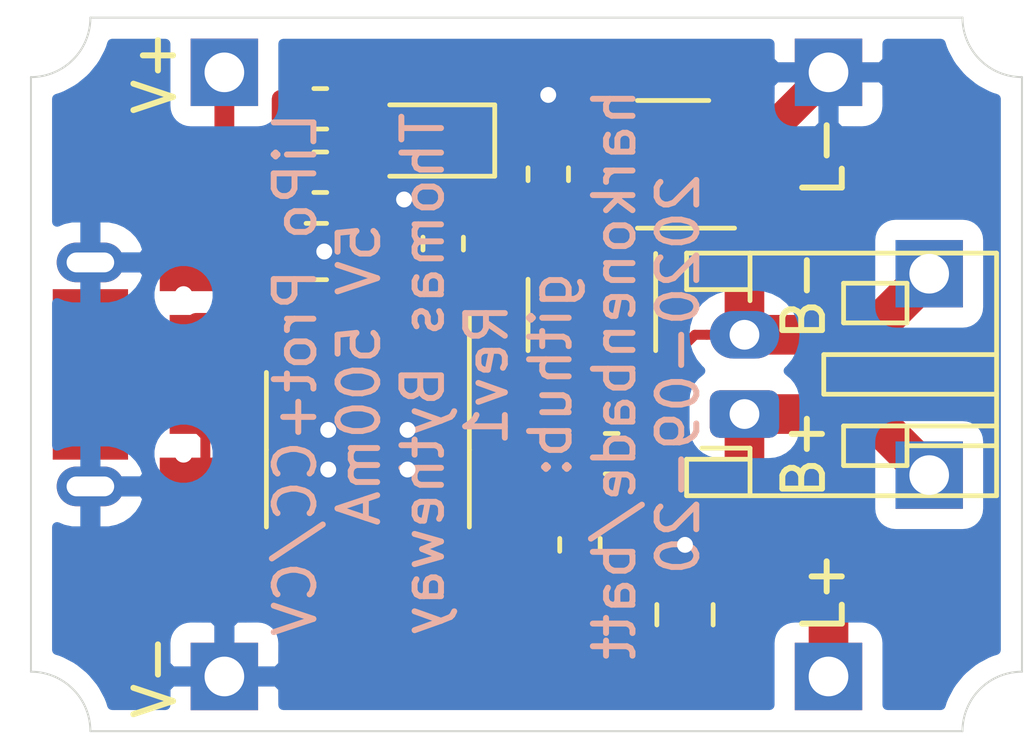
<source format=kicad_pcb>
(kicad_pcb (version 20171130) (host pcbnew "(5.1.6)-1")

  (general
    (thickness 1.6)
    (drawings 13)
    (tracks 128)
    (zones 0)
    (modules 20)
    (nets 15)
  )

  (page A4)
  (layers
    (0 F.Cu signal)
    (31 B.Cu signal)
    (32 B.Adhes user)
    (33 F.Adhes user)
    (34 B.Paste user)
    (35 F.Paste user)
    (36 B.SilkS user)
    (37 F.SilkS user)
    (38 B.Mask user)
    (39 F.Mask user)
    (40 Dwgs.User user)
    (41 Cmts.User user)
    (42 Eco1.User user)
    (43 Eco2.User user)
    (44 Edge.Cuts user)
    (45 Margin user)
    (46 B.CrtYd user)
    (47 F.CrtYd user)
    (48 B.Fab user)
    (49 F.Fab user)
  )

  (setup
    (last_trace_width 0.25)
    (user_trace_width 0.2)
    (user_trace_width 0.4)
    (user_trace_width 0.5)
    (user_trace_width 0.8)
    (user_trace_width 1)
    (trace_clearance 0.2)
    (zone_clearance 0.508)
    (zone_45_only no)
    (trace_min 0.2)
    (via_size 0.8)
    (via_drill 0.4)
    (via_min_size 0.4)
    (via_min_drill 0.3)
    (uvia_size 0.3)
    (uvia_drill 0.1)
    (uvias_allowed no)
    (uvia_min_size 0.2)
    (uvia_min_drill 0.1)
    (edge_width 0.05)
    (segment_width 0.2)
    (pcb_text_width 0.3)
    (pcb_text_size 1.5 1.5)
    (mod_edge_width 0.12)
    (mod_text_size 1 1)
    (mod_text_width 0.15)
    (pad_size 1.524 1.524)
    (pad_drill 0.762)
    (pad_to_mask_clearance 0)
    (aux_axis_origin 62 59)
    (visible_elements 7FFFFF7F)
    (pcbplotparams
      (layerselection 0x010fc_ffffffff)
      (usegerberextensions true)
      (usegerberattributes true)
      (usegerberadvancedattributes true)
      (creategerberjobfile false)
      (excludeedgelayer true)
      (linewidth 0.100000)
      (plotframeref false)
      (viasonmask false)
      (mode 1)
      (useauxorigin false)
      (hpglpennumber 1)
      (hpglpenspeed 20)
      (hpglpendiameter 15.000000)
      (psnegative false)
      (psa4output false)
      (plotreference true)
      (plotvalue true)
      (plotinvisibletext false)
      (padsonsilk false)
      (subtractmaskfromsilk false)
      (outputformat 1)
      (mirror false)
      (drillshape 0)
      (scaleselection 1)
      (outputdirectory "./gerbers"))
  )

  (net 0 "")
  (net 1 "Net-(C1-Pad1)")
  (net 2 GND)
  (net 3 +5V)
  (net 4 +BATT)
  (net 5 "Net-(D1-Pad2)")
  (net 6 "Net-(D1-Pad1)")
  (net 7 "Net-(R2-Pad1)")
  (net 8 "Net-(R5-Pad1)")
  (net 9 "Net-(U1-Pad3)")
  (net 10 "Net-(U1-Pad1)")
  (net 11 "Net-(U2-Pad2)")
  (net 12 "Net-(D1-Pad4)")
  (net 13 "Net-(D1-Pad3)")
  (net 14 /B-)

  (net_class Default "This is the default net class."
    (clearance 0.2)
    (trace_width 0.25)
    (via_dia 0.8)
    (via_drill 0.4)
    (uvia_dia 0.3)
    (uvia_drill 0.1)
    (add_net +5V)
    (add_net +BATT)
    (add_net /B-)
    (add_net GND)
    (add_net "Net-(C1-Pad1)")
    (add_net "Net-(D1-Pad1)")
    (add_net "Net-(D1-Pad2)")
    (add_net "Net-(D1-Pad3)")
    (add_net "Net-(D1-Pad4)")
    (add_net "Net-(R2-Pad1)")
    (add_net "Net-(R5-Pad1)")
    (add_net "Net-(U1-Pad1)")
    (add_net "Net-(U1-Pad3)")
    (add_net "Net-(U2-Pad2)")
  )

  (module batt:PinHeader_1x01_P2.54mm_Vertical_nosilk (layer F.Cu) (tedit 5F677FB1) (tstamp 5F67BFB5)
    (at 66.88 57.62 90)
    (descr "Through hole straight pin header, 1x01, 2.54mm pitch, single row")
    (tags "Through hole pin header THT 1x01 2.54mm single row")
    (path /5F6C251A)
    (fp_text reference J8 (at 0 -2.33 90) (layer F.SilkS) hide
      (effects (font (size 1 1) (thickness 0.15)))
    )
    (fp_text value V- (at 0 -1.75 90) (layer F.SilkS)
      (effects (font (size 1 1) (thickness 0.15)))
    )
    (fp_line (start -0.635 -1.27) (end 1.27 -1.27) (layer F.Fab) (width 0.1))
    (fp_line (start 1.27 -1.27) (end 1.27 1.27) (layer F.Fab) (width 0.1))
    (fp_line (start 1.27 1.27) (end -1.27 1.27) (layer F.Fab) (width 0.1))
    (fp_line (start -1.27 1.27) (end -1.27 -0.635) (layer F.Fab) (width 0.1))
    (fp_line (start -1.27 -0.635) (end -0.635 -1.27) (layer F.Fab) (width 0.1))
    (fp_line (start -1.8 -1.8) (end -1.8 1.8) (layer F.CrtYd) (width 0.05))
    (fp_line (start -1.8 1.8) (end 1.8 1.8) (layer F.CrtYd) (width 0.05))
    (fp_line (start 1.8 1.8) (end 1.8 -1.8) (layer F.CrtYd) (width 0.05))
    (fp_line (start 1.8 -1.8) (end -1.8 -1.8) (layer F.CrtYd) (width 0.05))
    (fp_text user %R (at 0 0) (layer F.Fab)
      (effects (font (size 1 1) (thickness 0.15)))
    )
    (pad 1 thru_hole rect (at 0 0 90) (size 1.7 1.7) (drill 1) (layers *.Cu *.Mask)
      (net 2 GND))
  )

  (module batt:PinHeader_1x01_P2.54mm_Vertical_nosilk (layer F.Cu) (tedit 5F677FB1) (tstamp 5F685042)
    (at 82.12 42.38 270)
    (descr "Through hole straight pin header, 1x01, 2.54mm pitch, single row")
    (tags "Through hole pin header THT 1x01 2.54mm single row")
    (path /5F6C6B91)
    (fp_text reference J6 (at 0 -2.33 90) (layer F.SilkS) hide
      (effects (font (size 1 1) (thickness 0.15)))
    )
    (fp_text value L- (at 2.12 0.12 270) (layer F.SilkS)
      (effects (font (size 1 1) (thickness 0.15)))
    )
    (fp_line (start -0.635 -1.27) (end 1.27 -1.27) (layer F.Fab) (width 0.1))
    (fp_line (start 1.27 -1.27) (end 1.27 1.27) (layer F.Fab) (width 0.1))
    (fp_line (start 1.27 1.27) (end -1.27 1.27) (layer F.Fab) (width 0.1))
    (fp_line (start -1.27 1.27) (end -1.27 -0.635) (layer F.Fab) (width 0.1))
    (fp_line (start -1.27 -0.635) (end -0.635 -1.27) (layer F.Fab) (width 0.1))
    (fp_line (start -1.8 -1.8) (end -1.8 1.8) (layer F.CrtYd) (width 0.05))
    (fp_line (start -1.8 1.8) (end 1.8 1.8) (layer F.CrtYd) (width 0.05))
    (fp_line (start 1.8 1.8) (end 1.8 -1.8) (layer F.CrtYd) (width 0.05))
    (fp_line (start 1.8 -1.8) (end -1.8 -1.8) (layer F.CrtYd) (width 0.05))
    (fp_text user %R (at 0 0) (layer F.Fab)
      (effects (font (size 1 1) (thickness 0.15)))
    )
    (pad 1 thru_hole rect (at 0 0 270) (size 1.7 1.7) (drill 1) (layers *.Cu *.Mask)
      (net 2 GND))
  )

  (module batt:PinHeader_1x01_P2.54mm_Vertical_nosilk (layer F.Cu) (tedit 5F677FB1) (tstamp 5F67BF74)
    (at 66.88 42.38 180)
    (descr "Through hole straight pin header, 1x01, 2.54mm pitch, single row")
    (tags "Through hole pin header THT 1x01 2.54mm single row")
    (path /5F6C1452)
    (fp_text reference J5 (at 0 -2.33) (layer F.SilkS) hide
      (effects (font (size 1 1) (thickness 0.15)))
    )
    (fp_text value V+ (at 1.75 0 90) (layer F.SilkS)
      (effects (font (size 1 1) (thickness 0.15)))
    )
    (fp_line (start -0.635 -1.27) (end 1.27 -1.27) (layer F.Fab) (width 0.1))
    (fp_line (start 1.27 -1.27) (end 1.27 1.27) (layer F.Fab) (width 0.1))
    (fp_line (start 1.27 1.27) (end -1.27 1.27) (layer F.Fab) (width 0.1))
    (fp_line (start -1.27 1.27) (end -1.27 -0.635) (layer F.Fab) (width 0.1))
    (fp_line (start -1.27 -0.635) (end -0.635 -1.27) (layer F.Fab) (width 0.1))
    (fp_line (start -1.8 -1.8) (end -1.8 1.8) (layer F.CrtYd) (width 0.05))
    (fp_line (start -1.8 1.8) (end 1.8 1.8) (layer F.CrtYd) (width 0.05))
    (fp_line (start 1.8 1.8) (end 1.8 -1.8) (layer F.CrtYd) (width 0.05))
    (fp_line (start 1.8 -1.8) (end -1.8 -1.8) (layer F.CrtYd) (width 0.05))
    (fp_text user %R (at 0 0 90) (layer F.Fab)
      (effects (font (size 1 1) (thickness 0.15)))
    )
    (pad 1 thru_hole rect (at 0 0 180) (size 1.7 1.7) (drill 1) (layers *.Cu *.Mask)
      (net 3 +5V))
  )

  (module batt:PinHeader_1x01_P2.54mm_Vertical_nosilk (layer F.Cu) (tedit 5F677FB1) (tstamp 5F67BF5F)
    (at 84.66 47.46)
    (descr "Through hole straight pin header, 1x01, 2.54mm pitch, single row")
    (tags "Through hole pin header THT 1x01 2.54mm single row")
    (path /5F6C4575)
    (fp_text reference J4 (at 0 -2.33) (layer F.SilkS) hide
      (effects (font (size 1 1) (thickness 0.15)))
    )
    (fp_text value B- (at -3.16 0.54 90) (layer F.SilkS)
      (effects (font (size 1 1) (thickness 0.15)))
    )
    (fp_line (start -0.635 -1.27) (end 1.27 -1.27) (layer F.Fab) (width 0.1))
    (fp_line (start 1.27 -1.27) (end 1.27 1.27) (layer F.Fab) (width 0.1))
    (fp_line (start 1.27 1.27) (end -1.27 1.27) (layer F.Fab) (width 0.1))
    (fp_line (start -1.27 1.27) (end -1.27 -0.635) (layer F.Fab) (width 0.1))
    (fp_line (start -1.27 -0.635) (end -0.635 -1.27) (layer F.Fab) (width 0.1))
    (fp_line (start -1.8 -1.8) (end -1.8 1.8) (layer F.CrtYd) (width 0.05))
    (fp_line (start -1.8 1.8) (end 1.8 1.8) (layer F.CrtYd) (width 0.05))
    (fp_line (start 1.8 1.8) (end 1.8 -1.8) (layer F.CrtYd) (width 0.05))
    (fp_line (start 1.8 -1.8) (end -1.8 -1.8) (layer F.CrtYd) (width 0.05))
    (fp_text user %R (at 0 0 90) (layer F.Fab)
      (effects (font (size 1 1) (thickness 0.15)))
    )
    (pad 1 thru_hole rect (at 0 0) (size 1.7 1.7) (drill 1) (layers *.Cu *.Mask)
      (net 14 /B-))
  )

  (module batt:PinHeader_1x01_P2.54mm_Vertical_nosilk (layer F.Cu) (tedit 5F677FB1) (tstamp 5F67BF1B)
    (at 84.66 52.54 180)
    (descr "Through hole straight pin header, 1x01, 2.54mm pitch, single row")
    (tags "Through hole pin header THT 1x01 2.54mm single row")
    (path /5F6C2C54)
    (fp_text reference J2 (at 0 -2.33) (layer F.SilkS) hide
      (effects (font (size 1 1) (thickness 0.15)))
    )
    (fp_text value B+ (at 3.16 0.54 90) (layer F.SilkS)
      (effects (font (size 1 1) (thickness 0.15)))
    )
    (fp_line (start -0.635 -1.27) (end 1.27 -1.27) (layer F.Fab) (width 0.1))
    (fp_line (start 1.27 -1.27) (end 1.27 1.27) (layer F.Fab) (width 0.1))
    (fp_line (start 1.27 1.27) (end -1.27 1.27) (layer F.Fab) (width 0.1))
    (fp_line (start -1.27 1.27) (end -1.27 -0.635) (layer F.Fab) (width 0.1))
    (fp_line (start -1.27 -0.635) (end -0.635 -1.27) (layer F.Fab) (width 0.1))
    (fp_line (start -1.8 -1.8) (end -1.8 1.8) (layer F.CrtYd) (width 0.05))
    (fp_line (start -1.8 1.8) (end 1.8 1.8) (layer F.CrtYd) (width 0.05))
    (fp_line (start 1.8 1.8) (end 1.8 -1.8) (layer F.CrtYd) (width 0.05))
    (fp_line (start 1.8 -1.8) (end -1.8 -1.8) (layer F.CrtYd) (width 0.05))
    (fp_text user %R (at 0 0 90) (layer F.Fab)
      (effects (font (size 1 1) (thickness 0.15)))
    )
    (pad 1 thru_hole rect (at 0 0 180) (size 1.7 1.7) (drill 1) (layers *.Cu *.Mask)
      (net 4 +BATT))
  )

  (module batt:PinHeader_1x01_P2.54mm_Vertical_nosilk (layer F.Cu) (tedit 5F677FB1) (tstamp 5F67BF06)
    (at 82.12 57.62)
    (descr "Through hole straight pin header, 1x01, 2.54mm pitch, single row")
    (tags "Through hole pin header THT 1x01 2.54mm single row")
    (path /5F6C5448)
    (fp_text reference J1 (at 0 -2.33) (layer F.SilkS) hide
      (effects (font (size 1 1) (thickness 0.15)))
    )
    (fp_text value L+ (at -0.12 -2.12 270) (layer F.SilkS)
      (effects (font (size 1 1) (thickness 0.15)))
    )
    (fp_line (start -0.635 -1.27) (end 1.27 -1.27) (layer F.Fab) (width 0.1))
    (fp_line (start 1.27 -1.27) (end 1.27 1.27) (layer F.Fab) (width 0.1))
    (fp_line (start 1.27 1.27) (end -1.27 1.27) (layer F.Fab) (width 0.1))
    (fp_line (start -1.27 1.27) (end -1.27 -0.635) (layer F.Fab) (width 0.1))
    (fp_line (start -1.27 -0.635) (end -0.635 -1.27) (layer F.Fab) (width 0.1))
    (fp_line (start -1.8 -1.8) (end -1.8 1.8) (layer F.CrtYd) (width 0.05))
    (fp_line (start -1.8 1.8) (end 1.8 1.8) (layer F.CrtYd) (width 0.05))
    (fp_line (start 1.8 1.8) (end 1.8 -1.8) (layer F.CrtYd) (width 0.05))
    (fp_line (start 1.8 -1.8) (end -1.8 -1.8) (layer F.CrtYd) (width 0.05))
    (fp_text user %R (at 0 0 90) (layer F.Fab)
      (effects (font (size 1 1) (thickness 0.15)))
    )
    (pad 1 thru_hole rect (at 0 0) (size 1.7 1.7) (drill 1) (layers *.Cu *.Mask)
      (net 4 +BATT))
  )

  (module Package_TO_SOT_SMD:SOT-23-6 (layer F.Cu) (tedit 5A02FF57) (tstamp 5F67C036)
    (at 78.2 44.7 180)
    (descr "6-pin SOT-23 package")
    (tags SOT-23-6)
    (path /5F6A62B3)
    (attr smd)
    (fp_text reference U2 (at 0 -2.9) (layer F.SilkS) hide
      (effects (font (size 1 1) (thickness 0.15)))
    )
    (fp_text value FS8205 (at -3 0 270) (layer F.SilkS) hide
      (effects (font (size 1 1) (thickness 0.15)))
    )
    (fp_line (start 0.9 -1.55) (end 0.9 1.55) (layer F.Fab) (width 0.1))
    (fp_line (start 0.9 1.55) (end -0.9 1.55) (layer F.Fab) (width 0.1))
    (fp_line (start -0.9 -0.9) (end -0.9 1.55) (layer F.Fab) (width 0.1))
    (fp_line (start 0.9 -1.55) (end -0.25 -1.55) (layer F.Fab) (width 0.1))
    (fp_line (start -0.9 -0.9) (end -0.25 -1.55) (layer F.Fab) (width 0.1))
    (fp_line (start -1.9 -1.8) (end -1.9 1.8) (layer F.CrtYd) (width 0.05))
    (fp_line (start -1.9 1.8) (end 1.9 1.8) (layer F.CrtYd) (width 0.05))
    (fp_line (start 1.9 1.8) (end 1.9 -1.8) (layer F.CrtYd) (width 0.05))
    (fp_line (start 1.9 -1.8) (end -1.9 -1.8) (layer F.CrtYd) (width 0.05))
    (fp_line (start 0.9 -1.61) (end -1.55 -1.61) (layer F.SilkS) (width 0.12))
    (fp_line (start -0.9 1.61) (end 0.9 1.61) (layer F.SilkS) (width 0.12))
    (fp_text user %R (at 0 0 90) (layer F.Fab) hide
      (effects (font (size 0.5 0.5) (thickness 0.075)))
    )
    (pad 5 smd rect (at 1.1 0 180) (size 1.06 0.65) (layers F.Cu F.Paste F.Mask)
      (net 11 "Net-(U2-Pad2)"))
    (pad 6 smd rect (at 1.1 -0.95 180) (size 1.06 0.65) (layers F.Cu F.Paste F.Mask)
      (net 10 "Net-(U1-Pad1)"))
    (pad 4 smd rect (at 1.1 0.95 180) (size 1.06 0.65) (layers F.Cu F.Paste F.Mask)
      (net 9 "Net-(U1-Pad3)"))
    (pad 3 smd rect (at -1.1 0.95 180) (size 1.06 0.65) (layers F.Cu F.Paste F.Mask)
      (net 2 GND))
    (pad 2 smd rect (at -1.1 0 180) (size 1.06 0.65) (layers F.Cu F.Paste F.Mask)
      (net 11 "Net-(U2-Pad2)"))
    (pad 1 smd rect (at -1.1 -0.95 180) (size 1.06 0.65) (layers F.Cu F.Paste F.Mask)
      (net 14 /B-))
    (model ${KISYS3DMOD}/Package_TO_SOT_SMD.3dshapes/SOT-23-6.wrl
      (at (xyz 0 0 0))
      (scale (xyz 1 1 1))
      (rotate (xyz 0 0 0))
    )
  )

  (module batt:TJ-S1615SW6TGLCRG-A5 (layer F.Cu) (tedit 5F676C21) (tstamp 5F67F584)
    (at 72.3 44.1 180)
    (path /5F6E84E2)
    (attr smd)
    (fp_text reference D1 (at 0 1.8) (layer F.SilkS) hide
      (effects (font (size 1 1) (thickness 0.15)))
    )
    (fp_text value LED (at 0 -1.65) (layer F.Fab)
      (effects (font (size 1 1) (thickness 0.15)))
    )
    (fp_line (start 1.5 -1) (end 1.5 1) (layer F.CrtYd) (width 0.05))
    (fp_line (start 1.5 1) (end -1.5 1) (layer F.CrtYd) (width 0.05))
    (fp_line (start -1.5 1) (end -1.5 -1) (layer F.CrtYd) (width 0.05))
    (fp_line (start -1.5 -1) (end 1.5 -1) (layer F.CrtYd) (width 0.05))
    (fp_line (start 1.25 -0.9) (end -1.4 -0.9) (layer F.SilkS) (width 0.12))
    (fp_line (start -1.4 -0.9) (end -1.4 0.9) (layer F.SilkS) (width 0.12))
    (fp_line (start -1.4 0.9) (end 1.25 0.9) (layer F.SilkS) (width 0.12))
    (pad 4 smd rect (at -0.875 0.525 180) (size 0.85 0.55) (layers F.Cu F.Paste F.Mask)
      (net 12 "Net-(D1-Pad4)"))
    (pad 2 smd rect (at -0.875 -0.525 180) (size 0.85 0.55) (layers F.Cu F.Paste F.Mask)
      (net 5 "Net-(D1-Pad2)"))
    (pad 3 smd rect (at 0.875 0.525 180) (size 0.85 0.55) (layers F.Cu F.Paste F.Mask)
      (net 13 "Net-(D1-Pad3)"))
    (pad 1 smd rect (at 0.875 -0.525 180) (size 0.85 0.55) (layers F.Cu F.Paste F.Mask)
      (net 6 "Net-(D1-Pad1)"))
    (model ${KISYS3DMOD}/LED_SMD.3dshapes/LED_RGB_1210.step
      (at (xyz 0 0 0))
      (scale (xyz 0.5 0.5 0.5))
      (rotate (xyz 0 0 0))
    )
  )

  (module Package_SO:HSOP-8-1EP_3.9x4.9mm_P1.27mm_EP2.41x3.1mm (layer F.Cu) (tedit 5DC5FE74) (tstamp 5F67C055)
    (at 70.5 51.9 270)
    (descr "HSOP, 8 Pin (https://www.st.com/resource/en/datasheet/l5973d.pdf), generated with kicad-footprint-generator ipc_gullwing_generator.py")
    (tags "HSOP SO")
    (path /5F6758CF)
    (attr smd)
    (fp_text reference U3 (at 0 -3.4 90) (layer F.SilkS) hide
      (effects (font (size 1 1) (thickness 0.15)))
    )
    (fp_text value TP4056 (at 0 3.4 90) (layer F.SilkS) hide
      (effects (font (size 1 1) (thickness 0.15)))
    )
    (fp_line (start 3.7 -2.7) (end -3.7 -2.7) (layer F.CrtYd) (width 0.05))
    (fp_line (start 3.7 2.7) (end 3.7 -2.7) (layer F.CrtYd) (width 0.05))
    (fp_line (start -3.7 2.7) (end 3.7 2.7) (layer F.CrtYd) (width 0.05))
    (fp_line (start -3.7 -2.7) (end -3.7 2.7) (layer F.CrtYd) (width 0.05))
    (fp_line (start -1.95 -1.475) (end -0.975 -2.45) (layer F.Fab) (width 0.1))
    (fp_line (start -1.95 2.45) (end -1.95 -1.475) (layer F.Fab) (width 0.1))
    (fp_line (start 1.95 2.45) (end -1.95 2.45) (layer F.Fab) (width 0.1))
    (fp_line (start 1.95 -2.45) (end 1.95 2.45) (layer F.Fab) (width 0.1))
    (fp_line (start -0.975 -2.45) (end 1.95 -2.45) (layer F.Fab) (width 0.1))
    (fp_line (start 0 -2.56) (end -3.45 -2.56) (layer F.SilkS) (width 0.12))
    (fp_line (start 0 -2.56) (end 1.95 -2.56) (layer F.SilkS) (width 0.12))
    (fp_line (start 0 2.56) (end -1.95 2.56) (layer F.SilkS) (width 0.12))
    (fp_line (start 0 2.56) (end 1.95 2.56) (layer F.SilkS) (width 0.12))
    (fp_text user %R (at 0 0 90) (layer F.Fab) hide
      (effects (font (size 0.98 0.98) (thickness 0.15)))
    )
    (pad "" smd roundrect (at 0.6 0.775 270) (size 0.97 1.25) (layers F.Paste) (roundrect_rratio 0.25))
    (pad "" smd roundrect (at 0.6 -0.775 270) (size 0.97 1.25) (layers F.Paste) (roundrect_rratio 0.25))
    (pad "" smd roundrect (at -0.6 0.775 270) (size 0.97 1.25) (layers F.Paste) (roundrect_rratio 0.25))
    (pad "" smd roundrect (at -0.6 -0.775 270) (size 0.97 1.25) (layers F.Paste) (roundrect_rratio 0.25))
    (pad 9 smd rect (at 0 0 270) (size 2.41 3.1) (layers F.Cu F.Mask)
      (net 2 GND))
    (pad 8 smd roundrect (at 2.65 -1.905 270) (size 1.6 0.6) (layers F.Cu F.Paste F.Mask) (roundrect_rratio 0.25)
      (net 3 +5V))
    (pad 7 smd roundrect (at 2.65 -0.635 270) (size 1.6 0.6) (layers F.Cu F.Paste F.Mask) (roundrect_rratio 0.25)
      (net 5 "Net-(D1-Pad2)"))
    (pad 6 smd roundrect (at 2.65 0.635 270) (size 1.6 0.6) (layers F.Cu F.Paste F.Mask) (roundrect_rratio 0.25)
      (net 12 "Net-(D1-Pad4)"))
    (pad 5 smd roundrect (at 2.65 1.905 270) (size 1.6 0.6) (layers F.Cu F.Paste F.Mask) (roundrect_rratio 0.25)
      (net 4 +BATT))
    (pad 4 smd roundrect (at -2.65 1.905 270) (size 1.6 0.6) (layers F.Cu F.Paste F.Mask) (roundrect_rratio 0.25)
      (net 3 +5V))
    (pad 3 smd roundrect (at -2.65 0.635 270) (size 1.6 0.6) (layers F.Cu F.Paste F.Mask) (roundrect_rratio 0.25)
      (net 2 GND))
    (pad 2 smd roundrect (at -2.65 -0.635 270) (size 1.6 0.6) (layers F.Cu F.Paste F.Mask) (roundrect_rratio 0.25)
      (net 8 "Net-(R5-Pad1)"))
    (pad 1 smd roundrect (at -2.65 -1.905 270) (size 1.6 0.6) (layers F.Cu F.Paste F.Mask) (roundrect_rratio 0.25)
      (net 2 GND))
    (model ${KISYS3DMOD}/Package_SO.3dshapes/HSOP-8-1EP_3.9x4.9mm_P1.27mm_EP2.41x3.1mm.wrl
      (at (xyz 0 0 0))
      (scale (xyz 1 1 1))
      (rotate (xyz 0 0 0))
    )
  )

  (module Package_TO_SOT_SMD:SOT-23-6 (layer F.Cu) (tedit 5A02FF57) (tstamp 5F68194E)
    (at 76.15 48.5 270)
    (descr "6-pin SOT-23 package")
    (tags SOT-23-6)
    (path /5F6997B2)
    (attr smd)
    (fp_text reference U1 (at 0 -2.9 90) (layer F.SilkS) hide
      (effects (font (size 1 1) (thickness 0.15)))
    )
    (fp_text value FS312F-G (at 2.5 0 180) (layer F.SilkS) hide
      (effects (font (size 1 1) (thickness 0.15)))
    )
    (fp_line (start 0.9 -1.55) (end 0.9 1.55) (layer F.Fab) (width 0.1))
    (fp_line (start 0.9 1.55) (end -0.9 1.55) (layer F.Fab) (width 0.1))
    (fp_line (start -0.9 -0.9) (end -0.9 1.55) (layer F.Fab) (width 0.1))
    (fp_line (start 0.9 -1.55) (end -0.25 -1.55) (layer F.Fab) (width 0.1))
    (fp_line (start -0.9 -0.9) (end -0.25 -1.55) (layer F.Fab) (width 0.1))
    (fp_line (start -1.9 -1.8) (end -1.9 1.8) (layer F.CrtYd) (width 0.05))
    (fp_line (start -1.9 1.8) (end 1.9 1.8) (layer F.CrtYd) (width 0.05))
    (fp_line (start 1.9 1.8) (end 1.9 -1.8) (layer F.CrtYd) (width 0.05))
    (fp_line (start 1.9 -1.8) (end -1.9 -1.8) (layer F.CrtYd) (width 0.05))
    (fp_line (start 0.9 -1.61) (end -1.55 -1.61) (layer F.SilkS) (width 0.12))
    (fp_line (start -0.9 1.61) (end 0.9 1.61) (layer F.SilkS) (width 0.12))
    (fp_text user %R (at 0 0) (layer F.Fab) hide
      (effects (font (size 0.5 0.5) (thickness 0.075)))
    )
    (pad 5 smd rect (at 1.1 0 270) (size 1.06 0.65) (layers F.Cu F.Paste F.Mask)
      (net 1 "Net-(C1-Pad1)"))
    (pad 6 smd rect (at 1.1 -0.95 270) (size 1.06 0.65) (layers F.Cu F.Paste F.Mask)
      (net 14 /B-))
    (pad 4 smd rect (at 1.1 0.95 270) (size 1.06 0.65) (layers F.Cu F.Paste F.Mask))
    (pad 3 smd rect (at -1.1 0.95 270) (size 1.06 0.65) (layers F.Cu F.Paste F.Mask)
      (net 9 "Net-(U1-Pad3)"))
    (pad 2 smd rect (at -1.1 0 270) (size 1.06 0.65) (layers F.Cu F.Paste F.Mask)
      (net 7 "Net-(R2-Pad1)"))
    (pad 1 smd rect (at -1.1 -0.95 270) (size 1.06 0.65) (layers F.Cu F.Paste F.Mask)
      (net 10 "Net-(U1-Pad1)"))
    (model ${KISYS3DMOD}/Package_TO_SOT_SMD.3dshapes/SOT-23-6.wrl
      (at (xyz 0 0 0))
      (scale (xyz 1 1 1))
      (rotate (xyz 0 0 0))
    )
  )

  (module Resistor_SMD:R_0603_1608Metric (layer F.Cu) (tedit 5B301BBD) (tstamp 5F67C00A)
    (at 72.4 46.7 90)
    (descr "Resistor SMD 0603 (1608 Metric), square (rectangular) end terminal, IPC_7351 nominal, (Body size source: http://www.tortai-tech.com/upload/download/2011102023233369053.pdf), generated with kicad-footprint-generator")
    (tags resistor)
    (path /5F68295F)
    (attr smd)
    (fp_text reference R5 (at 0 -1.43 90) (layer F.SilkS) hide
      (effects (font (size 1 1) (thickness 0.15)))
    )
    (fp_text value 2k4 (at 0 -1.5 90) (layer F.SilkS) hide
      (effects (font (size 1 1) (thickness 0.15)))
    )
    (fp_line (start 1.48 0.73) (end -1.48 0.73) (layer F.CrtYd) (width 0.05))
    (fp_line (start 1.48 -0.73) (end 1.48 0.73) (layer F.CrtYd) (width 0.05))
    (fp_line (start -1.48 -0.73) (end 1.48 -0.73) (layer F.CrtYd) (width 0.05))
    (fp_line (start -1.48 0.73) (end -1.48 -0.73) (layer F.CrtYd) (width 0.05))
    (fp_line (start -0.162779 0.51) (end 0.162779 0.51) (layer F.SilkS) (width 0.12))
    (fp_line (start -0.162779 -0.51) (end 0.162779 -0.51) (layer F.SilkS) (width 0.12))
    (fp_line (start 0.8 0.4) (end -0.8 0.4) (layer F.Fab) (width 0.1))
    (fp_line (start 0.8 -0.4) (end 0.8 0.4) (layer F.Fab) (width 0.1))
    (fp_line (start -0.8 -0.4) (end 0.8 -0.4) (layer F.Fab) (width 0.1))
    (fp_line (start -0.8 0.4) (end -0.8 -0.4) (layer F.Fab) (width 0.1))
    (fp_text user %R (at 0 0 90) (layer F.Fab) hide
      (effects (font (size 0.4 0.4) (thickness 0.06)))
    )
    (pad 2 smd roundrect (at 0.7875 0 90) (size 0.875 0.95) (layers F.Cu F.Paste F.Mask) (roundrect_rratio 0.25)
      (net 2 GND))
    (pad 1 smd roundrect (at -0.7875 0 90) (size 0.875 0.95) (layers F.Cu F.Paste F.Mask) (roundrect_rratio 0.25)
      (net 8 "Net-(R5-Pad1)"))
    (model ${KISYS3DMOD}/Resistor_SMD.3dshapes/R_0603_1608Metric.wrl
      (at (xyz 0 0 0))
      (scale (xyz 1 1 1))
      (rotate (xyz 0 0 0))
    )
  )

  (module Resistor_SMD:R_0603_1608Metric (layer F.Cu) (tedit 5B301BBD) (tstamp 5F67BFF9)
    (at 69.3 43.3)
    (descr "Resistor SMD 0603 (1608 Metric), square (rectangular) end terminal, IPC_7351 nominal, (Body size source: http://www.tortai-tech.com/upload/download/2011102023233369053.pdf), generated with kicad-footprint-generator")
    (tags resistor)
    (path /5F6868B9)
    (attr smd)
    (fp_text reference R4 (at 0 -1.43) (layer F.SilkS) hide
      (effects (font (size 1 1) (thickness 0.15)))
    )
    (fp_text value 1k (at 0 1.43) (layer F.SilkS) hide
      (effects (font (size 1 1) (thickness 0.15)))
    )
    (fp_line (start 1.48 0.73) (end -1.48 0.73) (layer F.CrtYd) (width 0.05))
    (fp_line (start 1.48 -0.73) (end 1.48 0.73) (layer F.CrtYd) (width 0.05))
    (fp_line (start -1.48 -0.73) (end 1.48 -0.73) (layer F.CrtYd) (width 0.05))
    (fp_line (start -1.48 0.73) (end -1.48 -0.73) (layer F.CrtYd) (width 0.05))
    (fp_line (start -0.162779 0.51) (end 0.162779 0.51) (layer F.SilkS) (width 0.12))
    (fp_line (start -0.162779 -0.51) (end 0.162779 -0.51) (layer F.SilkS) (width 0.12))
    (fp_line (start 0.8 0.4) (end -0.8 0.4) (layer F.Fab) (width 0.1))
    (fp_line (start 0.8 -0.4) (end 0.8 0.4) (layer F.Fab) (width 0.1))
    (fp_line (start -0.8 -0.4) (end 0.8 -0.4) (layer F.Fab) (width 0.1))
    (fp_line (start -0.8 0.4) (end -0.8 -0.4) (layer F.Fab) (width 0.1))
    (fp_text user %R (at 0 0) (layer F.Fab) hide
      (effects (font (size 0.4 0.4) (thickness 0.06)))
    )
    (pad 2 smd roundrect (at 0.7875 0) (size 0.875 0.95) (layers F.Cu F.Paste F.Mask) (roundrect_rratio 0.25)
      (net 13 "Net-(D1-Pad3)"))
    (pad 1 smd roundrect (at -0.7875 0) (size 0.875 0.95) (layers F.Cu F.Paste F.Mask) (roundrect_rratio 0.25)
      (net 3 +5V))
    (model ${KISYS3DMOD}/Resistor_SMD.3dshapes/R_0603_1608Metric.wrl
      (at (xyz 0 0 0))
      (scale (xyz 1 1 1))
      (rotate (xyz 0 0 0))
    )
  )

  (module Resistor_SMD:R_0603_1608Metric (layer F.Cu) (tedit 5B301BBD) (tstamp 5F67BFE8)
    (at 69.3 44.9)
    (descr "Resistor SMD 0603 (1608 Metric), square (rectangular) end terminal, IPC_7351 nominal, (Body size source: http://www.tortai-tech.com/upload/download/2011102023233369053.pdf), generated with kicad-footprint-generator")
    (tags resistor)
    (path /5F687055)
    (attr smd)
    (fp_text reference R3 (at 0 -1.43) (layer F.SilkS) hide
      (effects (font (size 1 1) (thickness 0.15)))
    )
    (fp_text value 1k (at 0 1.43) (layer F.SilkS) hide
      (effects (font (size 1 1) (thickness 0.15)))
    )
    (fp_line (start 1.48 0.73) (end -1.48 0.73) (layer F.CrtYd) (width 0.05))
    (fp_line (start 1.48 -0.73) (end 1.48 0.73) (layer F.CrtYd) (width 0.05))
    (fp_line (start -1.48 -0.73) (end 1.48 -0.73) (layer F.CrtYd) (width 0.05))
    (fp_line (start -1.48 0.73) (end -1.48 -0.73) (layer F.CrtYd) (width 0.05))
    (fp_line (start -0.162779 0.51) (end 0.162779 0.51) (layer F.SilkS) (width 0.12))
    (fp_line (start -0.162779 -0.51) (end 0.162779 -0.51) (layer F.SilkS) (width 0.12))
    (fp_line (start 0.8 0.4) (end -0.8 0.4) (layer F.Fab) (width 0.1))
    (fp_line (start 0.8 -0.4) (end 0.8 0.4) (layer F.Fab) (width 0.1))
    (fp_line (start -0.8 -0.4) (end 0.8 -0.4) (layer F.Fab) (width 0.1))
    (fp_line (start -0.8 0.4) (end -0.8 -0.4) (layer F.Fab) (width 0.1))
    (fp_text user %R (at 0 0) (layer F.Fab) hide
      (effects (font (size 0.4 0.4) (thickness 0.06)))
    )
    (pad 2 smd roundrect (at 0.7875 0) (size 0.875 0.95) (layers F.Cu F.Paste F.Mask) (roundrect_rratio 0.25)
      (net 6 "Net-(D1-Pad1)"))
    (pad 1 smd roundrect (at -0.7875 0) (size 0.875 0.95) (layers F.Cu F.Paste F.Mask) (roundrect_rratio 0.25)
      (net 3 +5V))
    (model ${KISYS3DMOD}/Resistor_SMD.3dshapes/R_0603_1608Metric.wrl
      (at (xyz 0 0 0))
      (scale (xyz 1 1 1))
      (rotate (xyz 0 0 0))
    )
  )

  (module Resistor_SMD:R_0603_1608Metric (layer F.Cu) (tedit 5B301BBD) (tstamp 5F681A65)
    (at 75.05 44.95 90)
    (descr "Resistor SMD 0603 (1608 Metric), square (rectangular) end terminal, IPC_7351 nominal, (Body size source: http://www.tortai-tech.com/upload/download/2011102023233369053.pdf), generated with kicad-footprint-generator")
    (tags resistor)
    (path /5F6AB47A)
    (attr smd)
    (fp_text reference R2 (at 0 -1.43 90) (layer F.SilkS) hide
      (effects (font (size 1 1) (thickness 0.15)))
    )
    (fp_text value 1k (at 0 -1.5 90) (layer F.SilkS) hide
      (effects (font (size 1 1) (thickness 0.15)))
    )
    (fp_line (start 1.48 0.73) (end -1.48 0.73) (layer F.CrtYd) (width 0.05))
    (fp_line (start 1.48 -0.73) (end 1.48 0.73) (layer F.CrtYd) (width 0.05))
    (fp_line (start -1.48 -0.73) (end 1.48 -0.73) (layer F.CrtYd) (width 0.05))
    (fp_line (start -1.48 0.73) (end -1.48 -0.73) (layer F.CrtYd) (width 0.05))
    (fp_line (start -0.162779 0.51) (end 0.162779 0.51) (layer F.SilkS) (width 0.12))
    (fp_line (start -0.162779 -0.51) (end 0.162779 -0.51) (layer F.SilkS) (width 0.12))
    (fp_line (start 0.8 0.4) (end -0.8 0.4) (layer F.Fab) (width 0.1))
    (fp_line (start 0.8 -0.4) (end 0.8 0.4) (layer F.Fab) (width 0.1))
    (fp_line (start -0.8 -0.4) (end 0.8 -0.4) (layer F.Fab) (width 0.1))
    (fp_line (start -0.8 0.4) (end -0.8 -0.4) (layer F.Fab) (width 0.1))
    (fp_text user %R (at 0 0 90) (layer F.Fab) hide
      (effects (font (size 0.4 0.4) (thickness 0.06)))
    )
    (pad 2 smd roundrect (at 0.7875 0 90) (size 0.875 0.95) (layers F.Cu F.Paste F.Mask) (roundrect_rratio 0.25)
      (net 2 GND))
    (pad 1 smd roundrect (at -0.7875 0 90) (size 0.875 0.95) (layers F.Cu F.Paste F.Mask) (roundrect_rratio 0.25)
      (net 7 "Net-(R2-Pad1)"))
    (model ${KISYS3DMOD}/Resistor_SMD.3dshapes/R_0603_1608Metric.wrl
      (at (xyz 0 0 0))
      (scale (xyz 1 1 1))
      (rotate (xyz 0 0 0))
    )
  )

  (module Resistor_SMD:R_0603_1608Metric (layer F.Cu) (tedit 5B301BBD) (tstamp 5F67BFC6)
    (at 75.85 54.3 270)
    (descr "Resistor SMD 0603 (1608 Metric), square (rectangular) end terminal, IPC_7351 nominal, (Body size source: http://www.tortai-tech.com/upload/download/2011102023233369053.pdf), generated with kicad-footprint-generator")
    (tags resistor)
    (path /5F6AC153)
    (attr smd)
    (fp_text reference R1 (at 0 -1.43 90) (layer F.SilkS) hide
      (effects (font (size 1 1) (thickness 0.15)))
    )
    (fp_text value 100r (at 0 1.43 90) (layer F.SilkS) hide
      (effects (font (size 1 1) (thickness 0.15)))
    )
    (fp_line (start 1.48 0.73) (end -1.48 0.73) (layer F.CrtYd) (width 0.05))
    (fp_line (start 1.48 -0.73) (end 1.48 0.73) (layer F.CrtYd) (width 0.05))
    (fp_line (start -1.48 -0.73) (end 1.48 -0.73) (layer F.CrtYd) (width 0.05))
    (fp_line (start -1.48 0.73) (end -1.48 -0.73) (layer F.CrtYd) (width 0.05))
    (fp_line (start -0.162779 0.51) (end 0.162779 0.51) (layer F.SilkS) (width 0.12))
    (fp_line (start -0.162779 -0.51) (end 0.162779 -0.51) (layer F.SilkS) (width 0.12))
    (fp_line (start 0.8 0.4) (end -0.8 0.4) (layer F.Fab) (width 0.1))
    (fp_line (start 0.8 -0.4) (end 0.8 0.4) (layer F.Fab) (width 0.1))
    (fp_line (start -0.8 -0.4) (end 0.8 -0.4) (layer F.Fab) (width 0.1))
    (fp_line (start -0.8 0.4) (end -0.8 -0.4) (layer F.Fab) (width 0.1))
    (fp_text user %R (at 0 0 90) (layer F.Fab) hide
      (effects (font (size 0.4 0.4) (thickness 0.06)))
    )
    (pad 2 smd roundrect (at 0.7875 0 270) (size 0.875 0.95) (layers F.Cu F.Paste F.Mask) (roundrect_rratio 0.25)
      (net 4 +BATT))
    (pad 1 smd roundrect (at -0.7875 0 270) (size 0.875 0.95) (layers F.Cu F.Paste F.Mask) (roundrect_rratio 0.25)
      (net 1 "Net-(C1-Pad1)"))
    (model ${KISYS3DMOD}/Resistor_SMD.3dshapes/R_0603_1608Metric.wrl
      (at (xyz 0 0 0))
      (scale (xyz 1 1 1))
      (rotate (xyz 0 0 0))
    )
  )

  (module batt:U254-051T-4BH83-F1S (layer F.Cu) (tedit 5F6762F2) (tstamp 5F67CC80)
    (at 63.5 50 270)
    (path /5F6762C5)
    (attr smd)
    (fp_text reference J7 (at 0.05 5 90) (layer F.SilkS) hide
      (effects (font (size 1 1) (thickness 0.15)))
    )
    (fp_text value USB_B_Micro (at 0 3.5 90) (layer F.SilkS) hide
      (effects (font (size 1 1) (thickness 0.15)))
    )
    (fp_line (start -4.7 -3.85) (end 4.7 -3.85) (layer F.CrtYd) (width 0.05))
    (fp_line (start -4.7 1.95) (end -4.7 -3.85) (layer F.CrtYd) (width 0.05))
    (fp_line (start 4.7 1.95) (end -4.7 1.95) (layer F.CrtYd) (width 0.05))
    (fp_line (start 4.7 -3.85) (end 4.7 1.95) (layer F.CrtYd) (width 0.05))
    (fp_line (start 3.5 1.45) (end -3.5 1.45) (layer F.Fab) (width 0.05))
    (fp_text user "PCB Edge" (at 0 1.9 90) (layer F.Fab)
      (effects (font (size 0.5 0.5) (thickness 0.05)))
    )
    (pad 6 smd rect (at 3.15 -2.55 270) (size 2.1 1.6) (layers F.Cu F.Paste F.Mask)
      (net 2 GND))
    (pad 6 smd rect (at -3.15 -2.55 270) (size 2.1 1.6) (layers F.Cu F.Paste F.Mask)
      (net 2 GND))
    (pad 5 smd rect (at 1.3 -2.675 270) (size 0.4 1.35) (layers F.Cu F.Paste F.Mask)
      (net 2 GND))
    (pad 4 smd rect (at 0.65 -2.675 270) (size 0.4 1.35) (layers F.Cu F.Paste F.Mask))
    (pad 3 smd rect (at 0 -2.675 270) (size 0.4 1.35) (layers F.Cu F.Paste F.Mask))
    (pad 2 smd rect (at -0.65 -2.675 270) (size 0.4 1.35) (layers F.Cu F.Paste F.Mask))
    (pad 1 smd rect (at -1.3 -2.675 270) (size 0.4 1.35) (layers F.Cu F.Paste F.Mask)
      (net 3 +5V))
    (pad "" np_thru_hole circle (at 2 -2.35 270) (size 0.45 0.45) (drill 0.45) (layers *.Cu *.Mask))
    (pad "" np_thru_hole circle (at -2 -2.35 270) (size 0.45 0.45) (drill 0.45) (layers *.Cu *.Mask))
    (pad 6 smd rect (at 1.2 0 270) (size 1.9 1.9) (layers F.Cu F.Paste F.Mask)
      (net 2 GND))
    (pad 6 smd rect (at -1.2 0 270) (size 1.9 1.9) (layers F.Cu F.Paste F.Mask)
      (net 2 GND))
    (pad 6 thru_hole oval (at 2.825 0 270) (size 1 1.7) (drill oval 0.5 1.2) (layers *.Cu *.Mask)
      (net 2 GND))
    (pad 6 thru_hole oval (at -2.825 0 270) (size 1 1.7) (drill oval 0.5 1.2) (layers *.Cu *.Mask)
      (net 2 GND))
    (model ${KISYS3DMOD}/Connector_USB.3dshapes/USB_Micro-B_Molex_47346-0001.step
      (offset (xyz 0 1.25 0))
      (scale (xyz 1 1 1))
      (rotate (xyz 0 0 0))
    )
  )

  (module Connector_JST:JST_PH_S2B-PH-K_1x02_P2.00mm_Horizontal (layer F.Cu) (tedit 5B7745C6) (tstamp 5F67BF4A)
    (at 80 51 90)
    (descr "JST PH series connector, S2B-PH-K (http://www.jst-mfg.com/product/pdf/eng/ePH.pdf), generated with kicad-footprint-generator")
    (tags "connector JST PH top entry")
    (path /5F69A1ED)
    (fp_text reference J3 (at 1 -2.55 90) (layer F.SilkS) hide
      (effects (font (size 1 1) (thickness 0.15)))
    )
    (fp_text value BATT (at 1 -1.5 90) (layer F.SilkS) hide
      (effects (font (size 1 1) (thickness 0.15)))
    )
    (fp_line (start 0.5 1.375) (end 0 0.875) (layer F.Fab) (width 0.1))
    (fp_line (start -0.5 1.375) (end 0.5 1.375) (layer F.Fab) (width 0.1))
    (fp_line (start 0 0.875) (end -0.5 1.375) (layer F.Fab) (width 0.1))
    (fp_line (start -0.86 0.14) (end -0.86 -1.075) (layer F.SilkS) (width 0.12))
    (fp_line (start 3.25 0.25) (end -1.25 0.25) (layer F.Fab) (width 0.1))
    (fp_line (start 3.25 -1.35) (end 3.25 0.25) (layer F.Fab) (width 0.1))
    (fp_line (start 3.95 -1.35) (end 3.25 -1.35) (layer F.Fab) (width 0.1))
    (fp_line (start 3.95 6.25) (end 3.95 -1.35) (layer F.Fab) (width 0.1))
    (fp_line (start -1.95 6.25) (end 3.95 6.25) (layer F.Fab) (width 0.1))
    (fp_line (start -1.95 -1.35) (end -1.95 6.25) (layer F.Fab) (width 0.1))
    (fp_line (start -1.25 -1.35) (end -1.95 -1.35) (layer F.Fab) (width 0.1))
    (fp_line (start -1.25 0.25) (end -1.25 -1.35) (layer F.Fab) (width 0.1))
    (fp_line (start 4.45 -1.85) (end -2.45 -1.85) (layer F.CrtYd) (width 0.05))
    (fp_line (start 4.45 6.75) (end 4.45 -1.85) (layer F.CrtYd) (width 0.05))
    (fp_line (start -2.45 6.75) (end 4.45 6.75) (layer F.CrtYd) (width 0.05))
    (fp_line (start -2.45 -1.85) (end -2.45 6.75) (layer F.CrtYd) (width 0.05))
    (fp_line (start -0.8 4.1) (end -0.8 6.36) (layer F.SilkS) (width 0.12))
    (fp_line (start -0.3 4.1) (end -0.3 6.36) (layer F.SilkS) (width 0.12))
    (fp_line (start 2.3 2.5) (end 3.3 2.5) (layer F.SilkS) (width 0.12))
    (fp_line (start 2.3 4.1) (end 2.3 2.5) (layer F.SilkS) (width 0.12))
    (fp_line (start 3.3 4.1) (end 2.3 4.1) (layer F.SilkS) (width 0.12))
    (fp_line (start 3.3 2.5) (end 3.3 4.1) (layer F.SilkS) (width 0.12))
    (fp_line (start -0.3 2.5) (end -1.3 2.5) (layer F.SilkS) (width 0.12))
    (fp_line (start -0.3 4.1) (end -0.3 2.5) (layer F.SilkS) (width 0.12))
    (fp_line (start -1.3 4.1) (end -0.3 4.1) (layer F.SilkS) (width 0.12))
    (fp_line (start -1.3 2.5) (end -1.3 4.1) (layer F.SilkS) (width 0.12))
    (fp_line (start 4.06 0.14) (end 3.14 0.14) (layer F.SilkS) (width 0.12))
    (fp_line (start -2.06 0.14) (end -1.14 0.14) (layer F.SilkS) (width 0.12))
    (fp_line (start 1.5 2) (end 1.5 6.36) (layer F.SilkS) (width 0.12))
    (fp_line (start 0.5 2) (end 1.5 2) (layer F.SilkS) (width 0.12))
    (fp_line (start 0.5 6.36) (end 0.5 2) (layer F.SilkS) (width 0.12))
    (fp_line (start 3.14 0.14) (end 2.86 0.14) (layer F.SilkS) (width 0.12))
    (fp_line (start 3.14 -1.46) (end 3.14 0.14) (layer F.SilkS) (width 0.12))
    (fp_line (start 4.06 -1.46) (end 3.14 -1.46) (layer F.SilkS) (width 0.12))
    (fp_line (start 4.06 6.36) (end 4.06 -1.46) (layer F.SilkS) (width 0.12))
    (fp_line (start -2.06 6.36) (end 4.06 6.36) (layer F.SilkS) (width 0.12))
    (fp_line (start -2.06 -1.46) (end -2.06 6.36) (layer F.SilkS) (width 0.12))
    (fp_line (start -1.14 -1.46) (end -2.06 -1.46) (layer F.SilkS) (width 0.12))
    (fp_line (start -1.14 0.14) (end -1.14 -1.46) (layer F.SilkS) (width 0.12))
    (fp_line (start -0.86 0.14) (end -1.14 0.14) (layer F.SilkS) (width 0.12))
    (fp_text user %R (at 1 2.5 90) (layer F.Fab) hide
      (effects (font (size 1 1) (thickness 0.15)))
    )
    (pad 2 thru_hole oval (at 2 0 90) (size 1.2 1.75) (drill 0.75) (layers *.Cu *.Mask)
      (net 14 /B-))
    (pad 1 thru_hole roundrect (at 0 0 90) (size 1.2 1.75) (drill 0.75) (layers *.Cu *.Mask) (roundrect_rratio 0.208333)
      (net 4 +BATT))
    (model ${KISYS3DMOD}/Connector_JST.3dshapes/JST_PH_S2B-PH-K_1x02_P2.00mm_Horizontal.wrl
      (at (xyz 0 0 0))
      (scale (xyz 1 1 1))
      (rotate (xyz 0 0 0))
    )
  )

  (module Capacitor_SMD:C_0805_2012Metric (layer F.Cu) (tedit 5B36C52B) (tstamp 5F67BECB)
    (at 78.5 56.0625 90)
    (descr "Capacitor SMD 0805 (2012 Metric), square (rectangular) end terminal, IPC_7351 nominal, (Body size source: https://docs.google.com/spreadsheets/d/1BsfQQcO9C6DZCsRaXUlFlo91Tg2WpOkGARC1WS5S8t0/edit?usp=sharing), generated with kicad-footprint-generator")
    (tags capacitor)
    (path /5F680A60)
    (attr smd)
    (fp_text reference C3 (at 0 -1.65 90) (layer F.SilkS) hide
      (effects (font (size 1 1) (thickness 0.15)))
    )
    (fp_text value 10u (at 0 1.65 90) (layer F.SilkS) hide
      (effects (font (size 1 1) (thickness 0.15)))
    )
    (fp_line (start 1.68 0.95) (end -1.68 0.95) (layer F.CrtYd) (width 0.05))
    (fp_line (start 1.68 -0.95) (end 1.68 0.95) (layer F.CrtYd) (width 0.05))
    (fp_line (start -1.68 -0.95) (end 1.68 -0.95) (layer F.CrtYd) (width 0.05))
    (fp_line (start -1.68 0.95) (end -1.68 -0.95) (layer F.CrtYd) (width 0.05))
    (fp_line (start -0.258578 0.71) (end 0.258578 0.71) (layer F.SilkS) (width 0.12))
    (fp_line (start -0.258578 -0.71) (end 0.258578 -0.71) (layer F.SilkS) (width 0.12))
    (fp_line (start 1 0.6) (end -1 0.6) (layer F.Fab) (width 0.1))
    (fp_line (start 1 -0.6) (end 1 0.6) (layer F.Fab) (width 0.1))
    (fp_line (start -1 -0.6) (end 1 -0.6) (layer F.Fab) (width 0.1))
    (fp_line (start -1 0.6) (end -1 -0.6) (layer F.Fab) (width 0.1))
    (fp_text user %R (at 0 0 90) (layer F.Fab) hide
      (effects (font (size 0.5 0.5) (thickness 0.08)))
    )
    (pad 2 smd roundrect (at 0.9375 0 90) (size 0.975 1.4) (layers F.Cu F.Paste F.Mask) (roundrect_rratio 0.25)
      (net 2 GND))
    (pad 1 smd roundrect (at -0.9375 0 90) (size 0.975 1.4) (layers F.Cu F.Paste F.Mask) (roundrect_rratio 0.25)
      (net 4 +BATT))
    (model ${KISYS3DMOD}/Capacitor_SMD.3dshapes/C_0805_2012Metric.wrl
      (at (xyz 0 0 0))
      (scale (xyz 1 1 1))
      (rotate (xyz 0 0 0))
    )
  )

  (module Capacitor_SMD:C_0805_2012Metric (layer F.Cu) (tedit 5B36C52B) (tstamp 5F67BEBA)
    (at 69.2 46.9)
    (descr "Capacitor SMD 0805 (2012 Metric), square (rectangular) end terminal, IPC_7351 nominal, (Body size source: https://docs.google.com/spreadsheets/d/1BsfQQcO9C6DZCsRaXUlFlo91Tg2WpOkGARC1WS5S8t0/edit?usp=sharing), generated with kicad-footprint-generator")
    (tags capacitor)
    (path /5F68A85B)
    (attr smd)
    (fp_text reference C2 (at 0 -1.65) (layer F.SilkS) hide
      (effects (font (size 1 1) (thickness 0.15)))
    )
    (fp_text value 10u (at 0 -2) (layer F.SilkS) hide
      (effects (font (size 1 1) (thickness 0.15)))
    )
    (fp_line (start 1.68 0.95) (end -1.68 0.95) (layer F.CrtYd) (width 0.05))
    (fp_line (start 1.68 -0.95) (end 1.68 0.95) (layer F.CrtYd) (width 0.05))
    (fp_line (start -1.68 -0.95) (end 1.68 -0.95) (layer F.CrtYd) (width 0.05))
    (fp_line (start -1.68 0.95) (end -1.68 -0.95) (layer F.CrtYd) (width 0.05))
    (fp_line (start -0.258578 0.71) (end 0.258578 0.71) (layer F.SilkS) (width 0.12))
    (fp_line (start -0.258578 -0.71) (end 0.258578 -0.71) (layer F.SilkS) (width 0.12))
    (fp_line (start 1 0.6) (end -1 0.6) (layer F.Fab) (width 0.1))
    (fp_line (start 1 -0.6) (end 1 0.6) (layer F.Fab) (width 0.1))
    (fp_line (start -1 -0.6) (end 1 -0.6) (layer F.Fab) (width 0.1))
    (fp_line (start -1 0.6) (end -1 -0.6) (layer F.Fab) (width 0.1))
    (fp_text user %R (at 0 0) (layer F.Fab) hide
      (effects (font (size 0.5 0.5) (thickness 0.08)))
    )
    (pad 2 smd roundrect (at 0.9375 0) (size 0.975 1.4) (layers F.Cu F.Paste F.Mask) (roundrect_rratio 0.25)
      (net 2 GND))
    (pad 1 smd roundrect (at -0.9375 0) (size 0.975 1.4) (layers F.Cu F.Paste F.Mask) (roundrect_rratio 0.25)
      (net 3 +5V))
    (model ${KISYS3DMOD}/Capacitor_SMD.3dshapes/C_0805_2012Metric.wrl
      (at (xyz 0 0 0))
      (scale (xyz 1 1 1))
      (rotate (xyz 0 0 0))
    )
  )

  (module Capacitor_SMD:C_0603_1608Metric (layer F.Cu) (tedit 5B301BBE) (tstamp 5F67BEA9)
    (at 76.65 52)
    (descr "Capacitor SMD 0603 (1608 Metric), square (rectangular) end terminal, IPC_7351 nominal, (Body size source: http://www.tortai-tech.com/upload/download/2011102023233369053.pdf), generated with kicad-footprint-generator")
    (tags capacitor)
    (path /5F69B9CB)
    (attr smd)
    (fp_text reference C1 (at 0 -1.43) (layer F.SilkS) hide
      (effects (font (size 1 1) (thickness 0.15)))
    )
    (fp_text value 100n (at 0 1.43) (layer F.SilkS) hide
      (effects (font (size 1 1) (thickness 0.15)))
    )
    (fp_line (start 1.48 0.73) (end -1.48 0.73) (layer F.CrtYd) (width 0.05))
    (fp_line (start 1.48 -0.73) (end 1.48 0.73) (layer F.CrtYd) (width 0.05))
    (fp_line (start -1.48 -0.73) (end 1.48 -0.73) (layer F.CrtYd) (width 0.05))
    (fp_line (start -1.48 0.73) (end -1.48 -0.73) (layer F.CrtYd) (width 0.05))
    (fp_line (start -0.162779 0.51) (end 0.162779 0.51) (layer F.SilkS) (width 0.12))
    (fp_line (start -0.162779 -0.51) (end 0.162779 -0.51) (layer F.SilkS) (width 0.12))
    (fp_line (start 0.8 0.4) (end -0.8 0.4) (layer F.Fab) (width 0.1))
    (fp_line (start 0.8 -0.4) (end 0.8 0.4) (layer F.Fab) (width 0.1))
    (fp_line (start -0.8 -0.4) (end 0.8 -0.4) (layer F.Fab) (width 0.1))
    (fp_line (start -0.8 0.4) (end -0.8 -0.4) (layer F.Fab) (width 0.1))
    (fp_text user %R (at 0 0) (layer F.Fab) hide
      (effects (font (size 0.4 0.4) (thickness 0.06)))
    )
    (pad 2 smd roundrect (at 0.7875 0) (size 0.875 0.95) (layers F.Cu F.Paste F.Mask) (roundrect_rratio 0.25)
      (net 14 /B-))
    (pad 1 smd roundrect (at -0.7875 0) (size 0.875 0.95) (layers F.Cu F.Paste F.Mask) (roundrect_rratio 0.25)
      (net 1 "Net-(C1-Pad1)"))
    (model ${KISYS3DMOD}/Capacitor_SMD.3dshapes/C_0603_1608Metric.wrl
      (at (xyz 0 0 0))
      (scale (xyz 1 1 1))
      (rotate (xyz 0 0 0))
    )
  )

  (gr_text "LiPo Prot+CC/CV\n5V 500mA\nThomas Bytheway\nRev1\ngithub:\nharkonenbade/batt\n2020-09-20" (at 73.5 50 90) (layer B.SilkS)
    (effects (font (size 1 1) (thickness 0.15)) (justify mirror))
  )
  (gr_arc (start 87 59) (end 87 56) (angle -90) (layer F.Fab) (width 0.12))
  (gr_arc (start 87 41) (end 84 41) (angle -90) (layer F.Fab) (width 0.12))
  (gr_arc (start 62 42) (end 62 45) (angle -90) (layer F.Fab) (width 0.12))
  (gr_arc (start 62 59) (end 65 59) (angle -90) (layer F.Fab) (width 0.12))
  (gr_arc (start 87 41) (end 85.5 41) (angle -90) (layer Edge.Cuts) (width 0.05))
  (gr_arc (start 87 59) (end 87 57.5) (angle -90) (layer Edge.Cuts) (width 0.05))
  (gr_arc (start 62 59) (end 63.5 59) (angle -90) (layer Edge.Cuts) (width 0.05))
  (gr_arc (start 62 41) (end 62 42.5) (angle -90) (layer Edge.Cuts) (width 0.05))
  (gr_line (start 87 57.5) (end 87 42.5) (layer Edge.Cuts) (width 0.05) (tstamp 5F67D019))
  (gr_line (start 63.5 59) (end 85.5 59) (layer Edge.Cuts) (width 0.05))
  (gr_line (start 62 42.5) (end 62 57.5) (layer Edge.Cuts) (width 0.05))
  (gr_line (start 85.5 41) (end 63.5 41) (layer Edge.Cuts) (width 0.05))

  (segment (start 75.85 52.0125) (end 75.8625 52) (width 0.25) (layer F.Cu) (net 1))
  (segment (start 75.85 53.5125) (end 75.85 52.0125) (width 0.25) (layer F.Cu) (net 1))
  (segment (start 76.15 50.9125) (end 75.8625 51.2) (width 0.25) (layer F.Cu) (net 1))
  (segment (start 76.15 49.6) (end 76.15 50.9125) (width 0.25) (layer F.Cu) (net 1))
  (segment (start 75.8625 51.2) (end 75.8625 52) (width 0.25) (layer F.Cu) (net 1))
  (via (at 69.5 51.4) (size 0.8) (drill 0.4) (layers F.Cu B.Cu) (net 2))
  (via (at 71.5 51.4) (size 0.8) (drill 0.4) (layers F.Cu B.Cu) (net 2))
  (via (at 71.5 52.4) (size 0.8) (drill 0.4) (layers F.Cu B.Cu) (net 2))
  (via (at 69.5 52.4) (size 0.8) (drill 0.4) (layers F.Cu B.Cu) (net 2))
  (segment (start 65.725 52.825) (end 66.05 53.15) (width 0.25) (layer F.Cu) (net 2))
  (segment (start 63.5 52.825) (end 65.725 52.825) (width 0.25) (layer F.Cu) (net 2))
  (segment (start 63.5 51.2) (end 63.5 52.825) (width 0.25) (layer F.Cu) (net 2))
  (segment (start 63.5 48.8) (end 63.5 47.175) (width 0.25) (layer F.Cu) (net 2))
  (segment (start 65.725 47.175) (end 66.05 46.85) (width 0.25) (layer F.Cu) (net 2))
  (segment (start 63.5 47.175) (end 65.725 47.175) (width 0.25) (layer F.Cu) (net 2))
  (segment (start 66.400001 52.799999) (end 66.05 53.15) (width 0.25) (layer F.Cu) (net 2))
  (segment (start 66.400001 51.550001) (end 66.400001 52.799999) (width 0.25) (layer F.Cu) (net 2))
  (segment (start 66.175 51.325) (end 66.400001 51.550001) (width 0.25) (layer F.Cu) (net 2))
  (segment (start 66.175 51.3) (end 66.175 51.325) (width 0.25) (layer F.Cu) (net 2))
  (segment (start 69.865 51.265) (end 70.5 51.9) (width 0.25) (layer F.Cu) (net 2))
  (segment (start 69.865 49.25) (end 69.865 51.265) (width 0.25) (layer F.Cu) (net 2))
  (segment (start 72.405 49.995) (end 70.5 51.9) (width 0.25) (layer F.Cu) (net 2))
  (segment (start 72.405 49.25) (end 72.405 49.995) (width 0.25) (layer F.Cu) (net 2))
  (via (at 75.05 42.95) (size 0.8) (drill 0.4) (layers F.Cu B.Cu) (net 2))
  (segment (start 75.05 44.1625) (end 75.05 42.95) (width 0.25) (layer F.Cu) (net 2) (tstamp 5F681A50))
  (via (at 78.5 54.3) (size 0.8) (drill 0.4) (layers F.Cu B.Cu) (net 2))
  (segment (start 78.5 55.1625) (end 78.5 54.3) (width 1) (layer F.Cu) (net 2))
  (segment (start 72.4 45.9125) (end 71.737806 45.9125) (width 0.25) (layer F.Cu) (net 2))
  (via (at 71.412653 45.587347) (size 0.8) (drill 0.4) (layers F.Cu B.Cu) (net 2))
  (segment (start 71.737806 45.9125) (end 71.412653 45.587347) (width 0.25) (layer F.Cu) (net 2))
  (segment (start 70.1375 47.9625) (end 70.1375 46.9) (width 0.5) (layer F.Cu) (net 2))
  (segment (start 69.865 49.25) (end 69.865 48.235) (width 0.5) (layer F.Cu) (net 2))
  (segment (start 69.865 48.235) (end 70.1375 47.9625) (width 0.5) (layer F.Cu) (net 2))
  (segment (start 80.75 43.75) (end 82.12 42.38) (width 0.8) (layer F.Cu) (net 2))
  (segment (start 79.3 43.75) (end 80.75 43.75) (width 0.8) (layer F.Cu) (net 2))
  (via (at 69.4 46.9) (size 0.8) (drill 0.4) (layers F.Cu B.Cu) (net 2))
  (segment (start 70.1375 46.9) (end 69.4 46.9) (width 0.5) (layer F.Cu) (net 2))
  (segment (start 66.860002 48.7) (end 67.300001 48.260001) (width 0.5) (layer F.Cu) (net 3))
  (segment (start 66.175 48.7) (end 66.860002 48.7) (width 0.5) (layer F.Cu) (net 3))
  (segment (start 67.774999 46.899999) (end 67.300001 46.899999) (width 0.5) (layer F.Cu) (net 3))
  (segment (start 68.2625 46.9) (end 67.774999 46.899999) (width 0.5) (layer F.Cu) (net 3))
  (segment (start 67.300001 48.260001) (end 67.300001 46.899999) (width 0.5) (layer F.Cu) (net 3))
  (segment (start 67.300001 46.899999) (end 67.300001 44.800001) (width 0.5) (layer F.Cu) (net 3))
  (segment (start 68.595 49.25) (end 68.595 48.295) (width 0.5) (layer F.Cu) (net 3))
  (segment (start 68.2625 47.9625) (end 68.2625 46.9) (width 0.5) (layer F.Cu) (net 3))
  (segment (start 68.595 48.295) (end 68.2625 47.9625) (width 0.5) (layer F.Cu) (net 3))
  (segment (start 73.249989 53.705011) (end 72.405 54.55) (width 0.25) (layer F.Cu) (net 3))
  (segment (start 73.249989 47.049989) (end 73.249989 53.705011) (width 0.25) (layer F.Cu) (net 3))
  (segment (start 72.9 46.7) (end 73.249989 47.049989) (width 0.25) (layer F.Cu) (net 3))
  (segment (start 68.5 45.8) (end 70.6 45.8) (width 0.25) (layer F.Cu) (net 3))
  (segment (start 68.2625 46.0375) (end 68.5 45.8) (width 0.25) (layer F.Cu) (net 3))
  (segment (start 68.2625 46.9) (end 68.2625 46.0375) (width 0.25) (layer F.Cu) (net 3))
  (segment (start 71.5 46.7) (end 72.9 46.7) (width 0.25) (layer F.Cu) (net 3))
  (segment (start 70.6 45.8) (end 71.5 46.7) (width 0.25) (layer F.Cu) (net 3))
  (segment (start 68.5 43.3125) (end 68.5125 43.3) (width 0.25) (layer F.Cu) (net 3))
  (segment (start 68.5 45.8) (end 68.5 43.3125) (width 0.25) (layer F.Cu) (net 3))
  (segment (start 66.88 44.38) (end 67.300001 44.800001) (width 0.5) (layer F.Cu) (net 3))
  (segment (start 66.88 42.38) (end 66.88 44.38) (width 0.5) (layer F.Cu) (net 3))
  (segment (start 68.595 54.55) (end 68.595 55.35) (width 0.25) (layer F.Cu) (net 4))
  (segment (start 68.595 54.55) (end 68.595 55.66174) (width 1) (layer F.Cu) (net 4))
  (segment (start 68.595 55.66174) (end 69.93326 57) (width 1) (layer F.Cu) (net 4))
  (segment (start 75.85 55.0875) (end 75.85 56.8) (width 1) (layer F.Cu) (net 4))
  (segment (start 74.6 57) (end 78.5 57) (width 1) (layer F.Cu) (net 4))
  (segment (start 69.93326 57) (end 74.6 57) (width 1) (layer F.Cu) (net 4))
  (segment (start 79.2 57) (end 80 56.2) (width 1) (layer F.Cu) (net 4))
  (segment (start 78.5 57) (end 79.2 57) (width 1) (layer F.Cu) (net 4))
  (segment (start 80 55) (end 80 51) (width 1) (layer F.Cu) (net 4))
  (segment (start 80 56.2) (end 80 55.5) (width 1) (layer F.Cu) (net 4))
  (segment (start 80 55.5) (end 80 55) (width 1) (layer F.Cu) (net 4))
  (segment (start 83.12 51) (end 80 51) (width 1) (layer F.Cu) (net 4))
  (segment (start 84.66 52.54) (end 83.12 51) (width 1) (layer F.Cu) (net 4))
  (segment (start 81.5 55.5) (end 80 55.5) (width 1) (layer F.Cu) (net 4))
  (segment (start 82.12 57.62) (end 82.12 56.12) (width 1) (layer F.Cu) (net 4))
  (segment (start 82.12 56.12) (end 81.5 55.5) (width 1) (layer F.Cu) (net 4))
  (segment (start 73.674999 54.716413) (end 73.674999 45.124999) (width 0.2) (layer F.Cu) (net 5))
  (segment (start 73.674999 45.124999) (end 73.175 44.625) (width 0.2) (layer F.Cu) (net 5))
  (segment (start 72.741402 55.65001) (end 73.674999 54.716413) (width 0.2) (layer F.Cu) (net 5))
  (segment (start 71.43501 55.65001) (end 72.741402 55.65001) (width 0.2) (layer F.Cu) (net 5))
  (segment (start 71.135 55.35) (end 71.43501 55.65001) (width 0.2) (layer F.Cu) (net 5))
  (segment (start 71.135 54.55) (end 71.135 55.35) (width 0.2) (layer F.Cu) (net 5))
  (segment (start 71.425 44.625) (end 70.875 44.625) (width 0.25) (layer F.Cu) (net 6))
  (segment (start 70.6 44.9) (end 70.0875 44.9) (width 0.25) (layer F.Cu) (net 6))
  (segment (start 70.875 44.625) (end 70.6 44.9) (width 0.25) (layer F.Cu) (net 6))
  (segment (start 75.05 46.25) (end 75.05 45.7375) (width 0.2) (layer F.Cu) (net 7))
  (segment (start 74.5 46.8) (end 75.05 46.25) (width 0.2) (layer F.Cu) (net 7))
  (segment (start 76.15 47.4) (end 76.15 48.13) (width 0.2) (layer F.Cu) (net 7))
  (segment (start 75.98 48.3) (end 74.704998 48.3) (width 0.2) (layer F.Cu) (net 7))
  (segment (start 74.704998 48.3) (end 74.5 48.095002) (width 0.2) (layer F.Cu) (net 7))
  (segment (start 76.15 48.13) (end 75.98 48.3) (width 0.2) (layer F.Cu) (net 7))
  (segment (start 74.5 48.095002) (end 74.5 46.8) (width 0.2) (layer F.Cu) (net 7))
  (segment (start 72.4 47.4875) (end 71.7125 47.4875) (width 0.25) (layer F.Cu) (net 8))
  (segment (start 71.135 48.065) (end 71.135 49.25) (width 0.25) (layer F.Cu) (net 8))
  (segment (start 71.7125 47.4875) (end 71.135 48.065) (width 0.25) (layer F.Cu) (net 8))
  (segment (start 76.439998 43.75) (end 77.1 43.75) (width 0.25) (layer F.Cu) (net 9))
  (segment (start 75.2 46.8) (end 75.455001 46.544999) (width 0.25) (layer F.Cu) (net 9))
  (segment (start 76.244999 46.205001) (end 76.244999 43.944999) (width 0.25) (layer F.Cu) (net 9))
  (segment (start 75.2 47.4) (end 75.2 46.8) (width 0.25) (layer F.Cu) (net 9))
  (segment (start 75.455001 46.544999) (end 75.905001 46.544999) (width 0.25) (layer F.Cu) (net 9))
  (segment (start 76.244999 43.944999) (end 76.439998 43.75) (width 0.25) (layer F.Cu) (net 9))
  (segment (start 75.905001 46.544999) (end 76.244999 46.205001) (width 0.25) (layer F.Cu) (net 9))
  (segment (start 77.1 47.4) (end 77.1 46.55) (width 0.25) (layer F.Cu) (net 10))
  (segment (start 77.1 46.55) (end 77.1 45.65) (width 0.25) (layer F.Cu) (net 10))
  (segment (start 79.3 44.7) (end 77.1 44.7) (width 0.25) (layer F.Cu) (net 11))
  (segment (start 74.075009 43.850009) (end 73.8 43.575) (width 0.2) (layer F.Cu) (net 12))
  (segment (start 72.907091 56.05002) (end 74.075009 54.882102) (width 0.2) (layer F.Cu) (net 12))
  (segment (start 70.56502 56.05002) (end 72.907091 56.05002) (width 0.2) (layer F.Cu) (net 12))
  (segment (start 74.075009 54.882102) (end 74.075009 43.850009) (width 0.2) (layer F.Cu) (net 12))
  (segment (start 69.865 55.35) (end 70.56502 56.05002) (width 0.2) (layer F.Cu) (net 12))
  (segment (start 73.8 43.575) (end 73.175 43.575) (width 0.2) (layer F.Cu) (net 12))
  (segment (start 69.865 54.55) (end 69.865 55.35) (width 0.2) (layer F.Cu) (net 12))
  (segment (start 71.425 43.575) (end 70.875 43.575) (width 0.25) (layer F.Cu) (net 13))
  (segment (start 70.6 43.3) (end 70.0875 43.3) (width 0.25) (layer F.Cu) (net 13))
  (segment (start 70.875 43.575) (end 70.6 43.3) (width 0.25) (layer F.Cu) (net 13))
  (segment (start 77.45 51.9875) (end 77.4375 52) (width 0.25) (layer F.Cu) (net 14))
  (segment (start 77.45 51.2) (end 77.45 51.9875) (width 0.25) (layer F.Cu) (net 14))
  (segment (start 77.1 49.6) (end 77.1 50.85) (width 0.25) (layer F.Cu) (net 14))
  (segment (start 77.1 50.85) (end 77.45 51.2) (width 0.25) (layer F.Cu) (net 14))
  (segment (start 77.1 49.6) (end 78.15 49.6) (width 0.25) (layer F.Cu) (net 14))
  (segment (start 78.15 49.6) (end 78.75 49) (width 0.25) (layer F.Cu) (net 14))
  (segment (start 78.75 49) (end 79.05 49) (width 0.25) (layer F.Cu) (net 14))
  (segment (start 79.3 45.65) (end 79.3 46) (width 0.5) (layer F.Cu) (net 14))
  (segment (start 79.3 46) (end 79.3 46.4) (width 1) (layer F.Cu) (net 14))
  (segment (start 79.05 49) (end 80 49) (width 0.25) (layer F.Cu) (net 14))
  (segment (start 80 47.1) (end 79.3 46.4) (width 1) (layer F.Cu) (net 14))
  (segment (start 80 49) (end 80 47.1) (width 1) (layer F.Cu) (net 14))
  (segment (start 81.75 49) (end 80 49) (width 1) (layer F.Cu) (net 14))
  (segment (start 84.66 47.46) (end 83.12 49) (width 1) (layer F.Cu) (net 14))
  (segment (start 83.12 49) (end 81.75 49) (width 1) (layer F.Cu) (net 14))

  (zone (net 2) (net_name GND) (layer B.Cu) (tstamp 5F686CE9) (hatch edge 0.508)
    (connect_pads (clearance 0.508))
    (min_thickness 0.254)
    (fill yes (arc_segments 32) (thermal_gap 0.508) (thermal_bridge_width 0.508))
    (polygon
      (pts
        (xy 87 59) (xy 62 59) (xy 62 41) (xy 87 41)
      )
    )
    (filled_polygon
      (pts
        (xy 65.391928 43.23) (xy 65.404188 43.354482) (xy 65.440498 43.47418) (xy 65.499463 43.584494) (xy 65.578815 43.681185)
        (xy 65.675506 43.760537) (xy 65.78582 43.819502) (xy 65.905518 43.855812) (xy 66.03 43.868072) (xy 67.73 43.868072)
        (xy 67.854482 43.855812) (xy 67.97418 43.819502) (xy 68.084494 43.760537) (xy 68.181185 43.681185) (xy 68.260537 43.584494)
        (xy 68.319502 43.47418) (xy 68.355812 43.354482) (xy 68.368072 43.23) (xy 80.631928 43.23) (xy 80.644188 43.354482)
        (xy 80.680498 43.47418) (xy 80.739463 43.584494) (xy 80.818815 43.681185) (xy 80.915506 43.760537) (xy 81.02582 43.819502)
        (xy 81.145518 43.855812) (xy 81.27 43.868072) (xy 81.83425 43.865) (xy 81.993 43.70625) (xy 81.993 42.507)
        (xy 82.247 42.507) (xy 82.247 43.70625) (xy 82.40575 43.865) (xy 82.97 43.868072) (xy 83.094482 43.855812)
        (xy 83.21418 43.819502) (xy 83.324494 43.760537) (xy 83.421185 43.681185) (xy 83.500537 43.584494) (xy 83.559502 43.47418)
        (xy 83.595812 43.354482) (xy 83.608072 43.23) (xy 83.605 42.66575) (xy 83.44625 42.507) (xy 82.247 42.507)
        (xy 81.993 42.507) (xy 80.79375 42.507) (xy 80.635 42.66575) (xy 80.631928 43.23) (xy 68.368072 43.23)
        (xy 68.368072 41.66) (xy 80.632636 41.66) (xy 80.635 42.09425) (xy 80.79375 42.253) (xy 81.993 42.253)
        (xy 81.993 42.233) (xy 82.247 42.233) (xy 82.247 42.253) (xy 83.44625 42.253) (xy 83.605 42.09425)
        (xy 83.607364 41.66) (xy 84.950677 41.66) (xy 84.986721 41.77644) (xy 85.009899 41.831578) (xy 85.032311 41.88705)
        (xy 85.036638 41.895186) (xy 85.175877 42.152702) (xy 85.209304 42.202259) (xy 85.24208 42.252347) (xy 85.247905 42.259488)
        (xy 85.43451 42.485056) (xy 85.476965 42.527215) (xy 85.518809 42.569945) (xy 85.525909 42.575819) (xy 85.752773 42.760845)
        (xy 85.802566 42.793927) (xy 85.851955 42.827745) (xy 85.860061 42.832127) (xy 86.118542 42.969564) (xy 86.173836 42.992355)
        (xy 86.228829 43.015925) (xy 86.237632 43.01865) (xy 86.340001 43.049557) (xy 86.34 56.950677) (xy 86.22356 56.986721)
        (xy 86.168422 57.009899) (xy 86.11295 57.032311) (xy 86.104819 57.036635) (xy 86.104815 57.036637) (xy 86.104814 57.036638)
        (xy 85.847298 57.175877) (xy 85.797749 57.209299) (xy 85.747653 57.24208) (xy 85.740512 57.247905) (xy 85.514945 57.43451)
        (xy 85.472804 57.476946) (xy 85.430055 57.518809) (xy 85.424181 57.525909) (xy 85.239155 57.752773) (xy 85.206055 57.802592)
        (xy 85.172256 57.851955) (xy 85.167873 57.860061) (xy 85.030436 58.118542) (xy 85.007645 58.173836) (xy 84.984075 58.228829)
        (xy 84.98135 58.237632) (xy 84.950443 58.34) (xy 83.608072 58.34) (xy 83.608072 56.77) (xy 83.595812 56.645518)
        (xy 83.559502 56.52582) (xy 83.500537 56.415506) (xy 83.421185 56.318815) (xy 83.324494 56.239463) (xy 83.21418 56.180498)
        (xy 83.094482 56.144188) (xy 82.97 56.131928) (xy 81.27 56.131928) (xy 81.145518 56.144188) (xy 81.02582 56.180498)
        (xy 80.915506 56.239463) (xy 80.818815 56.318815) (xy 80.739463 56.415506) (xy 80.680498 56.52582) (xy 80.644188 56.645518)
        (xy 80.631928 56.77) (xy 80.631928 58.34) (xy 68.367364 58.34) (xy 68.365 57.90575) (xy 68.20625 57.747)
        (xy 67.007 57.747) (xy 67.007 57.767) (xy 66.753 57.767) (xy 66.753 57.747) (xy 65.55375 57.747)
        (xy 65.395 57.90575) (xy 65.392636 58.34) (xy 64.049323 58.34) (xy 64.013279 58.22356) (xy 63.990101 58.168422)
        (xy 63.967689 58.11295) (xy 63.963362 58.104814) (xy 63.824123 57.847298) (xy 63.790701 57.797749) (xy 63.75792 57.747653)
        (xy 63.752095 57.740512) (xy 63.56549 57.514945) (xy 63.523054 57.472804) (xy 63.481191 57.430055) (xy 63.474091 57.424181)
        (xy 63.247227 57.239155) (xy 63.197408 57.206055) (xy 63.148045 57.172256) (xy 63.139939 57.167873) (xy 62.881458 57.030436)
        (xy 62.826164 57.007645) (xy 62.771171 56.984075) (xy 62.762368 56.98135) (xy 62.66 56.950443) (xy 62.66 56.77)
        (xy 65.391928 56.77) (xy 65.395 57.33425) (xy 65.55375 57.493) (xy 66.753 57.493) (xy 66.753 56.29375)
        (xy 67.007 56.29375) (xy 67.007 57.493) (xy 68.20625 57.493) (xy 68.365 57.33425) (xy 68.368072 56.77)
        (xy 68.355812 56.645518) (xy 68.319502 56.52582) (xy 68.260537 56.415506) (xy 68.181185 56.318815) (xy 68.084494 56.239463)
        (xy 67.97418 56.180498) (xy 67.854482 56.144188) (xy 67.73 56.131928) (xy 67.16575 56.135) (xy 67.007 56.29375)
        (xy 66.753 56.29375) (xy 66.59425 56.135) (xy 66.03 56.131928) (xy 65.905518 56.144188) (xy 65.78582 56.180498)
        (xy 65.675506 56.239463) (xy 65.578815 56.318815) (xy 65.499463 56.415506) (xy 65.440498 56.52582) (xy 65.404188 56.645518)
        (xy 65.391928 56.77) (xy 62.66 56.77) (xy 62.66 53.851514) (xy 62.804013 53.913415) (xy 63.023 53.96)
        (xy 63.373 53.96) (xy 63.373 52.952) (xy 63.627 52.952) (xy 63.627 53.96) (xy 63.977 53.96)
        (xy 64.195987 53.913415) (xy 64.401678 53.825003) (xy 64.586169 53.698161) (xy 64.742369 53.537764) (xy 64.864276 53.349976)
        (xy 64.944119 53.126874) (xy 64.817954 52.952) (xy 63.627 52.952) (xy 63.373 52.952) (xy 63.353 52.952)
        (xy 63.353 52.698) (xy 63.373 52.698) (xy 63.373 51.69) (xy 63.627 51.69) (xy 63.627 52.698)
        (xy 64.817954 52.698) (xy 64.944119 52.523126) (xy 64.864276 52.300024) (xy 64.742369 52.112236) (xy 64.586169 51.951839)
        (xy 64.533019 51.915297) (xy 64.99 51.915297) (xy 64.99 52.084703) (xy 65.023049 52.250853) (xy 65.087878 52.407363)
        (xy 65.181995 52.548218) (xy 65.301782 52.668005) (xy 65.442637 52.762122) (xy 65.599147 52.826951) (xy 65.765297 52.86)
        (xy 65.934703 52.86) (xy 66.100853 52.826951) (xy 66.257363 52.762122) (xy 66.398218 52.668005) (xy 66.518005 52.548218)
        (xy 66.612122 52.407363) (xy 66.676951 52.250853) (xy 66.71 52.084703) (xy 66.71 51.915297) (xy 66.676951 51.749147)
        (xy 66.612122 51.592637) (xy 66.518005 51.451782) (xy 66.398218 51.331995) (xy 66.257363 51.237878) (xy 66.100853 51.173049)
        (xy 65.934703 51.14) (xy 65.765297 51.14) (xy 65.599147 51.173049) (xy 65.442637 51.237878) (xy 65.301782 51.331995)
        (xy 65.181995 51.451782) (xy 65.087878 51.592637) (xy 65.023049 51.749147) (xy 64.99 51.915297) (xy 64.533019 51.915297)
        (xy 64.401678 51.824997) (xy 64.195987 51.736585) (xy 63.977 51.69) (xy 63.627 51.69) (xy 63.373 51.69)
        (xy 63.023 51.69) (xy 62.804013 51.736585) (xy 62.66 51.798486) (xy 62.66 49) (xy 78.484025 49)
        (xy 78.50787 49.242102) (xy 78.578489 49.474901) (xy 78.693167 49.689449) (xy 78.847498 49.877502) (xy 78.886111 49.909191)
        (xy 78.881613 49.911595) (xy 78.747038 50.022038) (xy 78.636595 50.156613) (xy 78.554528 50.310149) (xy 78.503992 50.476745)
        (xy 78.486928 50.649999) (xy 78.486928 51.350001) (xy 78.503992 51.523255) (xy 78.554528 51.689851) (xy 78.636595 51.843387)
        (xy 78.747038 51.977962) (xy 78.881613 52.088405) (xy 79.035149 52.170472) (xy 79.201745 52.221008) (xy 79.374999 52.238072)
        (xy 80.625001 52.238072) (xy 80.798255 52.221008) (xy 80.964851 52.170472) (xy 81.118387 52.088405) (xy 81.252962 51.977962)
        (xy 81.363405 51.843387) (xy 81.445392 51.69) (xy 83.171928 51.69) (xy 83.171928 53.39) (xy 83.184188 53.514482)
        (xy 83.220498 53.63418) (xy 83.279463 53.744494) (xy 83.358815 53.841185) (xy 83.455506 53.920537) (xy 83.56582 53.979502)
        (xy 83.685518 54.015812) (xy 83.81 54.028072) (xy 85.51 54.028072) (xy 85.634482 54.015812) (xy 85.75418 53.979502)
        (xy 85.864494 53.920537) (xy 85.961185 53.841185) (xy 86.040537 53.744494) (xy 86.099502 53.63418) (xy 86.135812 53.514482)
        (xy 86.148072 53.39) (xy 86.148072 51.69) (xy 86.135812 51.565518) (xy 86.099502 51.44582) (xy 86.040537 51.335506)
        (xy 85.961185 51.238815) (xy 85.864494 51.159463) (xy 85.75418 51.100498) (xy 85.634482 51.064188) (xy 85.51 51.051928)
        (xy 83.81 51.051928) (xy 83.685518 51.064188) (xy 83.56582 51.100498) (xy 83.455506 51.159463) (xy 83.358815 51.238815)
        (xy 83.279463 51.335506) (xy 83.220498 51.44582) (xy 83.184188 51.565518) (xy 83.171928 51.69) (xy 81.445392 51.69)
        (xy 81.445472 51.689851) (xy 81.496008 51.523255) (xy 81.513072 51.350001) (xy 81.513072 50.649999) (xy 81.496008 50.476745)
        (xy 81.445472 50.310149) (xy 81.363405 50.156613) (xy 81.252962 50.022038) (xy 81.118387 49.911595) (xy 81.113889 49.909191)
        (xy 81.152502 49.877502) (xy 81.306833 49.689449) (xy 81.421511 49.474901) (xy 81.49213 49.242102) (xy 81.515975 49)
        (xy 81.49213 48.757898) (xy 81.421511 48.525099) (xy 81.306833 48.310551) (xy 81.152502 48.122498) (xy 80.964449 47.968167)
        (xy 80.749901 47.853489) (xy 80.517102 47.78287) (xy 80.335665 47.765) (xy 79.664335 47.765) (xy 79.482898 47.78287)
        (xy 79.250099 47.853489) (xy 79.035551 47.968167) (xy 78.847498 48.122498) (xy 78.693167 48.310551) (xy 78.578489 48.525099)
        (xy 78.50787 48.757898) (xy 78.484025 49) (xy 62.66 49) (xy 62.66 48.201514) (xy 62.804013 48.263415)
        (xy 63.023 48.31) (xy 63.373 48.31) (xy 63.373 47.302) (xy 63.627 47.302) (xy 63.627 48.31)
        (xy 63.977 48.31) (xy 64.195987 48.263415) (xy 64.401678 48.175003) (xy 64.586169 48.048161) (xy 64.715556 47.915297)
        (xy 64.99 47.915297) (xy 64.99 48.084703) (xy 65.023049 48.250853) (xy 65.087878 48.407363) (xy 65.181995 48.548218)
        (xy 65.301782 48.668005) (xy 65.442637 48.762122) (xy 65.599147 48.826951) (xy 65.765297 48.86) (xy 65.934703 48.86)
        (xy 66.100853 48.826951) (xy 66.257363 48.762122) (xy 66.398218 48.668005) (xy 66.518005 48.548218) (xy 66.612122 48.407363)
        (xy 66.676951 48.250853) (xy 66.71 48.084703) (xy 66.71 47.915297) (xy 66.676951 47.749147) (xy 66.612122 47.592637)
        (xy 66.518005 47.451782) (xy 66.398218 47.331995) (xy 66.257363 47.237878) (xy 66.100853 47.173049) (xy 65.934703 47.14)
        (xy 65.765297 47.14) (xy 65.599147 47.173049) (xy 65.442637 47.237878) (xy 65.301782 47.331995) (xy 65.181995 47.451782)
        (xy 65.087878 47.592637) (xy 65.023049 47.749147) (xy 64.99 47.915297) (xy 64.715556 47.915297) (xy 64.742369 47.887764)
        (xy 64.864276 47.699976) (xy 64.944119 47.476874) (xy 64.817954 47.302) (xy 63.627 47.302) (xy 63.373 47.302)
        (xy 63.353 47.302) (xy 63.353 47.048) (xy 63.373 47.048) (xy 63.373 46.04) (xy 63.627 46.04)
        (xy 63.627 47.048) (xy 64.817954 47.048) (xy 64.944119 46.873126) (xy 64.864276 46.650024) (xy 64.838294 46.61)
        (xy 83.171928 46.61) (xy 83.171928 48.31) (xy 83.184188 48.434482) (xy 83.220498 48.55418) (xy 83.279463 48.664494)
        (xy 83.358815 48.761185) (xy 83.455506 48.840537) (xy 83.56582 48.899502) (xy 83.685518 48.935812) (xy 83.81 48.948072)
        (xy 85.51 48.948072) (xy 85.634482 48.935812) (xy 85.75418 48.899502) (xy 85.864494 48.840537) (xy 85.961185 48.761185)
        (xy 86.040537 48.664494) (xy 86.099502 48.55418) (xy 86.135812 48.434482) (xy 86.148072 48.31) (xy 86.148072 46.61)
        (xy 86.135812 46.485518) (xy 86.099502 46.36582) (xy 86.040537 46.255506) (xy 85.961185 46.158815) (xy 85.864494 46.079463)
        (xy 85.75418 46.020498) (xy 85.634482 45.984188) (xy 85.51 45.971928) (xy 83.81 45.971928) (xy 83.685518 45.984188)
        (xy 83.56582 46.020498) (xy 83.455506 46.079463) (xy 83.358815 46.158815) (xy 83.279463 46.255506) (xy 83.220498 46.36582)
        (xy 83.184188 46.485518) (xy 83.171928 46.61) (xy 64.838294 46.61) (xy 64.742369 46.462236) (xy 64.586169 46.301839)
        (xy 64.401678 46.174997) (xy 64.195987 46.086585) (xy 63.977 46.04) (xy 63.627 46.04) (xy 63.373 46.04)
        (xy 63.023 46.04) (xy 62.804013 46.086585) (xy 62.66 46.148486) (xy 62.66 43.049323) (xy 62.77644 43.013279)
        (xy 62.831578 42.990101) (xy 62.88705 42.967689) (xy 62.895181 42.963365) (xy 62.895185 42.963363) (xy 62.895188 42.963361)
        (xy 63.152702 42.824123) (xy 63.202259 42.790696) (xy 63.252347 42.75792) (xy 63.259488 42.752095) (xy 63.485056 42.56549)
        (xy 63.527215 42.523035) (xy 63.569945 42.481191) (xy 63.575819 42.474091) (xy 63.760845 42.247227) (xy 63.793927 42.197434)
        (xy 63.827745 42.148045) (xy 63.832127 42.139939) (xy 63.969564 41.881458) (xy 63.992355 41.826164) (xy 64.015925 41.771171)
        (xy 64.01865 41.762368) (xy 64.049557 41.66) (xy 65.391928 41.66)
      )
    )
  )
)

</source>
